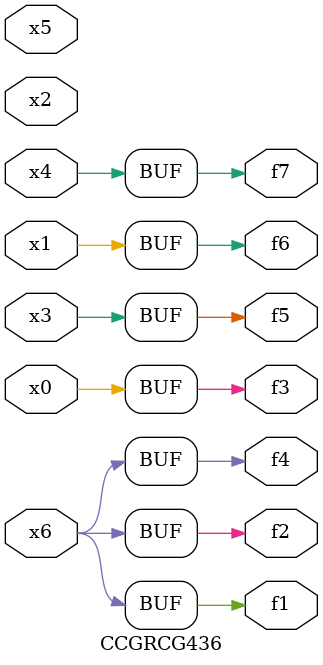
<source format=v>
module CCGRCG436(
	input x0, x1, x2, x3, x4, x5, x6,
	output f1, f2, f3, f4, f5, f6, f7
);
	assign f1 = x6;
	assign f2 = x6;
	assign f3 = x0;
	assign f4 = x6;
	assign f5 = x3;
	assign f6 = x1;
	assign f7 = x4;
endmodule

</source>
